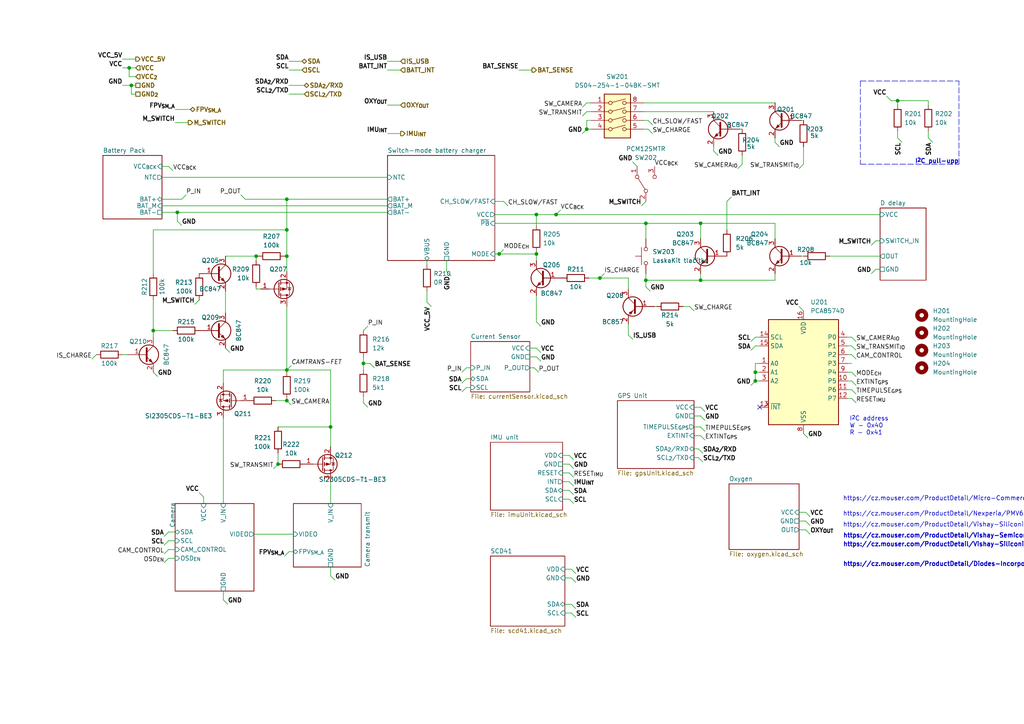
<source format=kicad_sch>
(kicad_sch (version 20211123) (generator eeschema)
  (paper "A4")
  (title_block (title "CanSat 2023") (rev "2022") (company "The Project SkyFall") (comment 1 "David Haisman"))
  (lib_symbols
    (symbol "1Knihovna:SI2305CDS-T1-BE3" (pin_names (offset 0) hide)
      (property "Reference" "Q205" (at 3.175 3.175 0))
      (property "Value" "SI2305CDS-T1-BE3" (at 9.525 1.27 0))
      (symbol "SI2305CDS-T1-BE3_0_1"
        (polyline (pts (xy 0.254 0) (xy -2.54 0)))
        (polyline (pts (xy 0.254 1.905) (xy 0.254 -1.905)) (stroke (width 0.254)))
        (polyline (pts (xy 0.762 -1.27) (xy 0.762 -2.286)) (stroke (width 0.254)))
        (polyline (pts (xy 0.762 0.508) (xy 0.762 -0.508)) (stroke (width 0.254)))
        (polyline (pts (xy 0.762 2.286) (xy 0.762 1.27)) (stroke (width 0.254)))
        (polyline (pts (xy 2.54 2.54) (xy 2.54 1.778)))
        (polyline (pts (xy 2.54 -2.54) (xy 2.54 0) (xy 0.762 0)))
        (polyline (pts (xy 0.762 1.778) (xy 3.302 1.778) (xy 3.302 -1.778) (xy 0.762 -1.778)))
        (polyline (pts (xy 2.286 0) (xy 1.27 0.381) (xy 1.27 -0.381) (xy 2.286 0)) (fill (type outline)))
        (polyline (pts (xy 2.794 -0.508) (xy 2.921 -0.381) (xy 3.683 -0.381) (xy 3.81 -0.254)))
        (polyline (pts (xy 3.302 -0.381) (xy 2.921 0.254) (xy 3.683 0.254) (xy 3.302 -0.381)))
        (circle (center 1.651 0) (radius 2.794) (stroke (width 0.254)))
        (circle (center 2.54 -1.778) (radius 0.254) (fill (type outline)))
        (circle (center 2.54 1.778) (radius 0.254) (fill (type outline)))
      )
      (symbol "SI2305CDS-T1-BE3_1_1"
        (pin input line (at -5.08 0 0) (length 2.54) (name "G") (number "1"))
        (pin passive line (at 2.54 -5.08 90) (length 2.54) (name "S") (number "2"))
        (pin passive line (at 2.54 5.08 270) (length 2.54) (name "D") (number "3"))
      )
    )
    (symbol "Device:R" (pin_numbers hide) (pin_names (offset 0))
      (property "Reference" "R" (at 2.032 0 90))
      (property "Value" "R" (at 0 0 90))
      (symbol "R_0_1"
        (rectangle (start -1.016 -2.54) (end 1.016 2.54) (stroke (width 0.254)))
      )
      (symbol "R_1_1"
        (pin passive line (at 0 3.81 270) (length 1.27) (name "~") (number "1"))
        (pin passive line (at 0 -3.81 90) (length 1.27) (name "~") (number "2"))
      )
    )
    (symbol "Interface_Expansion:PCF8574"
      (property "Reference" "U" (at -8.89 16.51 0))
      (property "Value" "PCF8574" (at 2.54 16.51 0))
      (symbol "PCF8574_0_1"
        (rectangle (start -10.16 15.24) (end 10.16 -15.24) (stroke (width 0.254)) (fill (type background)))
      )
      (symbol "PCF8574_1_1"
        (pin input line (at -12.7 2.54 0) (length 2.54) (name "A0") (number "1"))
        (pin bidirectional line (at 12.7 -2.54 180) (length 2.54) (name "P5") (number "10"))
        (pin bidirectional line (at 12.7 -5.08 180) (length 2.54) (name "P6") (number "11"))
        (pin bidirectional line (at 12.7 -7.62 180) (length 2.54) (name "P7") (number "12"))
        (pin open_collector output_low (at -12.7 -10.16 0) (length 2.54) (name "~{INT}") (number "13"))
        (pin input line (at -12.7 10.16 0) (length 2.54) (name "SCL") (number "14"))
        (pin bidirectional line (at -12.7 7.62 0) (length 2.54) (name "SDA") (number "15"))
        (pin power_in line (at 0 17.78 270) (length 2.54) (name "VDD") (number "16"))
        (pin input line (at -12.7 0 0) (length 2.54) (name "A1") (number "2"))
        (pin input line (at -12.7 -2.54 0) (length 2.54) (name "A2") (number "3"))
        (pin bidirectional line (at 12.7 10.16 180) (length 2.54) (name "P0") (number "4"))
        (pin bidirectional line (at 12.7 7.62 180) (length 2.54) (name "P1") (number "5"))
        (pin bidirectional line (at 12.7 5.08 180) (length 2.54) (name "P2") (number "6"))
        (pin bidirectional line (at 12.7 2.54 180) (length 2.54) (name "P3") (number "7"))
        (pin power_in line (at 0 -17.78 90) (length 2.54) (name "VSS") (number "8"))
        (pin bidirectional line (at 12.7 0 180) (length 2.54) (name "P4") (number "9"))
      )
    )
    (symbol "Mechanical:MountingHole" (pin_names (offset 1.016))
      (property "Reference" "H" (at 0 5.08 0))
      (property "Value" "MountingHole" (at 0 3.175 0))
      (symbol "MountingHole_0_1"
        (circle (center 0 0) (radius 1.27) (stroke (width 1.27)))
      )
    )
    (symbol "Switch:SW_DIP_x04" (pin_names (offset 0) hide)
      (property "Reference" "SW" (at 0 8.89 0))
      (property "Value" "SW_DIP_x04" (at 0 -6.35 0))
      (symbol "SW_DIP_x04_0_0"
        (circle (center -2.032 -2.54) (radius 0.508))
        (circle (center -2.032 0) (radius 0.508))
        (circle (center -2.032 2.54) (radius 0.508))
        (circle (center -2.032 5.08) (radius 0.508))
        (polyline (pts (xy -1.524 -2.3876) (xy 2.3622 -1.3462)))
        (polyline (pts (xy -1.524 0.127) (xy 2.3622 1.1684)))
        (polyline (pts (xy -1.524 2.667) (xy 2.3622 3.7084)))
        (polyline (pts (xy -1.524 5.207) (xy 2.3622 6.2484)))
        (circle (center 2.032 -2.54) (radius 0.508))
        (circle (center 2.032 0) (radius 0.508))
        (circle (center 2.032 2.54) (radius 0.508))
        (circle (center 2.032 5.08) (radius 0.508))
      )
      (symbol "SW_DIP_x04_0_1"
        (rectangle (start -3.81 7.62) (end 3.81 -5.08) (stroke (width 0.254)) (fill (type background)))
      )
      (symbol "SW_DIP_x04_1_1"
        (pin passive line (at -7.62 5.08 0) (length 5.08) (name "~") (number "1"))
        (pin passive line (at -7.62 2.54 0) (length 5.08) (name "~") (number "2"))
        (pin passive line (at -7.62 0 0) (length 5.08) (name "~") (number "3"))
        (pin passive line (at -7.62 -2.54 0) (length 5.08) (name "~") (number "4"))
        (pin passive line (at 7.62 -2.54 180) (length 5.08) (name "~") (number "5"))
        (pin passive line (at 7.62 0 180) (length 5.08) (name "~") (number "6"))
        (pin passive line (at 7.62 2.54 180) (length 5.08) (name "~") (number "7"))
        (pin passive line (at 7.62 5.08 180) (length 5.08) (name "~") (number "8"))
      )
    )
    (symbol "Switch:SW_Push" (pin_numbers hide) (pin_names (offset 1.016) hide)
      (property "Reference" "SW" (at 1.27 2.54 0))
      (property "Value" "SW_Push" (at 0 -1.524 0))
      (symbol "SW_Push_0_1"
        (circle (center -2.032 0) (radius 0.508))
        (polyline (pts (xy 0 1.27) (xy 0 3.048)))
        (polyline (pts (xy 2.54 1.27) (xy -2.54 1.27)))
        (circle (center 2.032 0) (radius 0.508))
        (pin passive line (at -5.08 0 0) (length 2.54) (name "1") (number "1"))
        (pin passive line (at 5.08 0 180) (length 2.54) (name "2") (number "2"))
      )
    )
    (symbol "Switch:SW_SPDT" (pin_names (offset 0) hide)
      (property "Reference" "SW" (at 0 4.318 0))
      (property "Value" "SW_SPDT" (at 0 -5.08 0))
      (symbol "SW_SPDT_0_0"
        (circle (center -2.032 0) (radius 0.508))
        (circle (center 2.032 -2.54) (radius 0.508))
      )
      (symbol "SW_SPDT_0_1"
        (polyline (pts (xy -1.524 0.254) (xy 1.651 2.286)))
        (circle (center 2.032 2.54) (radius 0.508))
      )
      (symbol "SW_SPDT_1_1"
        (pin passive line (at 5.08 2.54 180) (length 2.54) (name "A") (number "1"))
        (pin passive line (at -5.08 0 0) (length 2.54) (name "B") (number "2"))
        (pin passive line (at 5.08 -2.54 180) (length 2.54) (name "C") (number "3"))
      )
    )
    (symbol "Transistor_BJT:BC847" (pin_names (offset 0) hide)
      (property "Reference" "Q" (at 5.08 1.905 0))
      (property "Value" "BC847" (at 5.08 0 0))
      (symbol "BC847_0_1"
        (polyline (pts (xy 0.635 0.635) (xy 2.54 2.54)))
        (polyline (pts (xy 0.635 -0.635) (xy 2.54 -2.54) (xy 2.54 -2.54)))
        (polyline (pts (xy 0.635 1.905) (xy 0.635 -1.905) (xy 0.635 -1.905)) (stroke (width 0.508)))
        (polyline (pts (xy 1.27 -1.778) (xy 1.778 -1.27) (xy 2.286 -2.286) (xy 1.27 -1.778) (xy 1.27 -1.778)) (fill (type outline)))
        (circle (center 1.27 0) (radius 2.8194) (stroke (width 0.254)))
      )
      (symbol "BC847_1_1"
        (pin input line (at -5.08 0 0) (length 5.715) (name "B") (number "1"))
        (pin passive line (at 2.54 -5.08 90) (length 2.54) (name "E") (number "2"))
        (pin passive line (at 2.54 5.08 270) (length 2.54) (name "C") (number "3"))
      )
    )
    (symbol "Transistor_BJT:BC857" (pin_names (offset 0) hide)
      (property "Reference" "Q" (at 5.08 1.905 0))
      (property "Value" "BC857" (at 5.08 0 0))
      (symbol "BC857_0_1"
        (polyline (pts (xy 0.635 0.635) (xy 2.54 2.54)))
        (polyline (pts (xy 0.635 -0.635) (xy 2.54 -2.54) (xy 2.54 -2.54)))
        (polyline (pts (xy 0.635 1.905) (xy 0.635 -1.905) (xy 0.635 -1.905)) (stroke (width 0.508)))
        (polyline (pts (xy 2.286 -1.778) (xy 1.778 -2.286) (xy 1.27 -1.27) (xy 2.286 -1.778) (xy 2.286 -1.778)) (fill (type outline)))
        (circle (center 1.27 0) (radius 2.8194) (stroke (width 0.254)))
      )
      (symbol "BC857_1_1"
        (pin input line (at -5.08 0 0) (length 5.715) (name "B") (number "1"))
        (pin passive line (at 2.54 -5.08 90) (length 2.54) (name "E") (number "2"))
        (pin passive line (at 2.54 5.08 270) (length 2.54) (name "C") (number "3"))
      )
    )
  )
  (junction (at 83.185 66.675))
  (junction (at 95.885 123.825))
  (junction (at 203.2 81.28))
  (junction (at 144.78 73.66))
  (junction (at 260.35 29.21))
  (junction (at 83.185 116.205))
  (junction (at 83.185 107.315))
  (junction (at 155.575 62.23))
  (junction (at 83.185 74.295))
  (junction (at 187.325 81.28))
  (junction (at 105.41 105.41))
  (junction (at 80.645 134.62))
  (junction (at 161.29 62.23))
  (junction (at 44.45 95.885))
  (junction (at 37.465 19.685))
  (junction (at 51.435 61.595))
  (junction (at 219.075 110.49))
  (junction (at 170.18 37.465))
  (junction (at 38.1 24.765))
  (junction (at 83.185 57.785))
  (junction (at 187.325 64.77))
  (junction (at 219.075 107.95))
  (junction (at 74.295 74.295))
  (junction (at 203.2 64.77))
  (junction (at 173.99 80.645))
  (junction (at 155.575 73.66))
  (no_connect (at 220.345 118.11))
  (wire (pts (xy 187.325 64.77) (xy 203.2 64.77)))
  (wire (pts (xy 80.645 131.445) (xy 80.645 134.62)))
  (wire (pts (xy 83.82 24.765) (xy 88.265 24.765)))
  (wire (pts (xy 234.95 154.94) (xy 233.68 153.67)))
  (wire (pts (xy 252.73 71.12) (xy 254 69.85)))
  (wire (pts (xy 46.99 57.785) (xy 52.705 57.785)))
  (wire (pts (xy 57.785 86.995) (xy 56.515 88.265)))
  (wire (pts (xy 203.2 79.375) (xy 203.2 81.28)))
  (wire (pts (xy 234.95 149.86) (xy 233.68 148.59)))
  (wire (pts (xy 260.35 29.21) (xy 258.445 29.21)))
  (wire (pts (xy 146.05 58.42) (xy 147.32 59.69)))
  (wire (pts (xy 224.79 69.215) (xy 224.79 64.77)))
  (wire (pts (xy 51.435 64.135) (xy 52.705 65.405)))
  (wire (pts (xy 74.295 74.295) (xy 65.405 74.295)))
  (wire (pts (xy 166.37 140.97) (xy 165.1 139.7)))
  (wire (pts (xy 171.45 29.845) (xy 170.18 29.845)))
  (wire (pts (xy 83.82 27.305) (xy 88.265 27.305)))
  (wire (pts (xy 247.015 107.95) (xy 245.745 107.95)))
  (wire (pts (xy 64.77 171.45) (xy 64.77 173.99)))
  (wire (pts (xy 44.45 86.995) (xy 44.45 95.885)))
  (wire (pts (xy 203.2 123.825) (xy 201.295 123.825)))
  (wire (pts (xy 38.1 24.765) (xy 39.37 24.765)))
  (wire (pts (xy 166.37 133.35) (xy 165.1 132.08)))
  (wire (pts (xy 35.56 24.765) (xy 38.1 24.765)))
  (wire (pts (xy 163.195 144.78) (xy 165.1 144.78)))
  (wire (pts (xy 44.45 97.79) (xy 44.45 95.885)))
  (wire (pts (xy 203.2 81.28) (xy 224.79 81.28)))
  (wire (pts (xy 202.565 132.715) (xy 203.835 133.985)))
  (wire (pts (xy 171.45 37.465) (xy 170.18 37.465)))
  (wire (pts (xy 129.54 78.74) (xy 130.81 80.01)))
  (wire (pts (xy 154.94 106.68) (xy 153.67 106.68)))
  (wire (pts (xy 83.185 88.9) (xy 83.185 107.315)))
  (wire (pts (xy 39.37 22.225) (xy 37.465 22.225)))
  (wire (pts (xy 231.775 88.9) (xy 233.045 90.17)))
  (wire (pts (xy 202.565 130.175) (xy 201.295 130.175)))
  (wire (pts (xy 224.79 41.275) (xy 224.79 40.005)))
  (wire (pts (xy 214.63 37.465) (xy 215.265 37.465)))
  (wire (pts (xy 215.265 47.625) (xy 213.995 48.895)))
  (wire (pts (xy 248.285 109.22) (xy 247.015 107.95)))
  (wire (pts (xy 46.99 59.69) (xy 112.395 59.69)))
  (wire (pts (xy 260.35 38.1) (xy 260.35 40.005)))
  (wire (pts (xy 105.41 116.84) (xy 106.68 118.11)))
  (wire (pts (xy 65.405 100.965) (xy 66.675 102.235)))
  (polyline (pts (xy 249.555 47.625) (xy 278.13 47.625)))
  (wire (pts (xy 95.885 167.005) (xy 97.155 168.275)))
  (wire (pts (xy 155.575 100.965) (xy 153.67 100.965)))
  (wire (pts (xy 233.68 151.13) (xy 234.95 152.4)))
  (wire (pts (xy 255.27 78.105) (xy 254 78.105)))
  (wire (pts (xy 146.05 72.39) (xy 144.78 73.66)))
  (wire (pts (xy 74.295 74.295) (xy 74.295 75.565)))
  (wire (pts (xy 80.645 123.825) (xy 95.885 123.825)))
  (wire (pts (xy 37.465 19.685) (xy 39.37 19.685)))
  (wire (pts (xy 163.195 142.24) (xy 165.1 142.24)))
  (wire (pts (xy 233.68 153.67) (xy 231.775 153.67)))
  (wire (pts (xy 83.82 160.02) (xy 85.09 160.02)))
  (wire (pts (xy 48.895 159.385) (xy 47.625 160.655)))
  (wire (pts (xy 50.8 35.56) (xy 54.61 35.56)))
  (wire (pts (xy 64.77 173.99) (xy 66.04 175.26)))
  (wire (pts (xy 165.735 167.64) (xy 167.005 168.91)))
  (wire (pts (xy 82.55 74.295) (xy 83.185 74.295)))
  (wire (pts (xy 133.985 107.95) (xy 135.255 106.68)))
  (wire (pts (xy 155.575 103.505) (xy 153.67 103.505)))
  (wire (pts (xy 204.47 125.095) (xy 203.2 123.825)))
  (wire (pts (xy 219.075 100.33) (xy 220.345 100.33)))
  (wire (pts (xy 80.645 134.62) (xy 79.375 135.89)))
  (wire (pts (xy 247.015 105.41) (xy 245.745 105.41)))
  (wire (pts (xy 247.015 102.87) (xy 245.745 102.87)))
  (wire (pts (xy 83.185 115.57) (xy 83.185 116.205)))
  (wire (pts (xy 105.41 105.41) (xy 105.41 107.315)))
  (wire (pts (xy 46.99 51.435) (xy 112.395 51.435)))
  (wire (pts (xy 83.185 116.205) (xy 84.455 117.475)))
  (wire (pts (xy 155.575 73.66) (xy 155.575 75.565)))
  (wire (pts (xy 48.895 48.26) (xy 46.99 48.26)))
  (wire (pts (xy 254 78.105) (xy 252.73 79.375)))
  (wire (pts (xy 71.12 57.785) (xy 69.85 56.515)))
  (wire (pts (xy 219.075 110.49) (xy 217.805 111.76)))
  (wire (pts (xy 200.025 88.9) (xy 198.12 88.9)))
  (wire (pts (xy 219.075 107.95) (xy 219.075 110.49)))
  (wire (pts (xy 219.075 97.79) (xy 220.345 97.79)))
  (wire (pts (xy 143.51 64.77) (xy 187.325 64.77)))
  (wire (pts (xy 173.99 80.645) (xy 182.245 80.645)))
  (wire (pts (xy 233.68 148.59) (xy 231.775 148.59)))
  (wire (pts (xy 215.265 45.085) (xy 215.265 47.625)))
  (wire (pts (xy 170.18 37.465) (xy 168.91 38.735)))
  (wire (pts (xy 201.295 126.365) (xy 203.2 126.365)))
  (wire (pts (xy 165.735 177.8) (xy 167.005 179.07)))
  (wire (pts (xy 59.055 144.145) (xy 59.055 146.05)))
  (wire (pts (xy 165.735 165.1) (xy 163.83 165.1)))
  (wire (pts (xy 44.45 66.675) (xy 44.45 79.375)))
  (wire (pts (xy 254 69.85) (xy 255.27 69.85)))
  (wire (pts (xy 210.82 66.675) (xy 210.82 58.42)))
  (wire (pts (xy 186.69 32.385) (xy 207.01 32.385)))
  (wire (pts (xy 65.405 90.805) (xy 65.405 84.455)))
  (wire (pts (xy 269.24 38.1) (xy 269.24 40.005)))
  (wire (pts (xy 48.895 156.845) (xy 47.625 158.115)))
  (wire (pts (xy 175.26 79.375) (xy 173.99 80.645)))
  (wire (pts (xy 50.8 154.305) (xy 48.895 154.305)))
  (wire (pts (xy 50.8 161.925) (xy 48.895 161.925)))
  (wire (pts (xy 202.565 132.715) (xy 201.295 132.715)))
  (wire (pts (xy 83.185 74.295) (xy 83.185 78.74)))
  (wire (pts (xy 163.195 137.16) (xy 165.1 137.16)))
  (wire (pts (xy 74.295 83.82) (xy 74.295 83.185)))
  (wire (pts (xy 83.185 66.675) (xy 83.185 57.785)))
  (wire (pts (xy 203.2 69.215) (xy 203.2 64.77)))
  (wire (pts (xy 186.69 37.465) (xy 187.96 37.465)))
  (wire (pts (xy 80.01 116.205) (xy 83.185 116.205)))
  (wire (pts (xy 83.185 66.675) (xy 83.185 74.295)))
  (wire (pts (xy 116.205 38.735) (xy 112.395 38.735)))
  (wire (pts (xy 186.055 59.69) (xy 187.325 58.42)))
  (wire (pts (xy 35.56 102.87) (xy 36.83 102.87)))
  (wire (pts (xy 155.575 103.505) (xy 156.845 104.775)))
  (wire (pts (xy 170.815 80.645) (xy 173.99 80.645)))
  (wire (pts (xy 260.35 40.005) (xy 261.62 41.275)))
  (wire (pts (xy 95.885 167.005) (xy 95.885 164.465)))
  (wire (pts (xy 165.735 167.64) (xy 163.83 167.64)))
  (wire (pts (xy 46.99 61.595) (xy 51.435 61.595)))
  (wire (pts (xy 187.325 64.77) (xy 187.325 69.215)))
  (wire (pts (xy 165.1 144.78) (xy 166.37 146.05)))
  (wire (pts (xy 171.45 34.925) (xy 170.18 34.925)))
  (wire (pts (xy 220.345 107.95) (xy 219.075 107.95)))
  (wire (pts (xy 39.37 27.305) (xy 38.1 27.305)))
  (wire (pts (xy 233.045 125.73) (xy 234.315 127)))
  (wire (pts (xy 245.745 97.79) (xy 247.015 97.79)))
  (wire (pts (xy 135.255 109.855) (xy 133.985 111.125)))
  (wire (pts (xy 203.835 131.445) (xy 202.565 130.175)))
  (wire (pts (xy 35.56 19.685) (xy 37.465 19.685)))
  (wire (pts (xy 187.96 37.465) (xy 189.23 38.735)))
  (wire (pts (xy 187.325 79.375) (xy 187.325 81.28)))
  (wire (pts (xy 112.395 17.78) (xy 116.205 17.78)))
  (wire (pts (xy 182.245 83.82) (xy 182.245 80.645)))
  (wire (pts (xy 123.825 84.455) (xy 123.825 87.63)))
  (polyline (pts (xy 249.555 23.495) (xy 249.555 47.625)))
  (wire (pts (xy 204.47 119.38) (xy 203.2 118.11)))
  (wire (pts (xy 83.82 20.32) (xy 87.63 20.32)))
  (wire (pts (xy 44.45 107.95) (xy 45.72 109.22)))
  (wire (pts (xy 168.91 33.655) (xy 170.18 32.385)))
  (wire (pts (xy 95.885 107.315) (xy 83.185 107.315)))
  (wire (pts (xy 245.745 100.33) (xy 247.015 100.33)))
  (wire (pts (xy 233.045 47.625) (xy 231.775 48.895)))
  (wire (pts (xy 105.41 105.41) (xy 107.315 105.41)))
  (wire (pts (xy 217.805 101.6) (xy 219.075 100.33)))
  (wire (pts (xy 51.435 61.595) (xy 112.395 61.595)))
  (wire (pts (xy 182.245 97.155) (xy 183.515 98.425)))
  (wire (pts (xy 48.895 161.925) (xy 47.625 163.195)))
  (wire (pts (xy 155.575 93.345) (xy 156.845 94.615)))
  (wire (pts (xy 182.245 97.155) (xy 182.245 93.98)))
  (wire (pts (xy 116.205 30.48) (xy 112.395 30.48)))
  (wire (pts (xy 165.735 175.26) (xy 167.005 176.53)))
  (wire (pts (xy 203.2 126.365) (xy 204.47 127.635)))
  (wire (pts (xy 156.845 102.235) (xy 155.575 100.965)))
  (wire (pts (xy 224.79 79.375) (xy 224.79 81.28)))
  (wire (pts (xy 224.79 41.275) (xy 226.06 42.545)))
  (wire (pts (xy 165.1 142.24) (xy 166.37 143.51)))
  (wire (pts (xy 165.1 137.16) (xy 166.37 138.43)))
  (wire (pts (xy 143.51 73.66) (xy 144.78 73.66)))
  (wire (pts (xy 50.165 49.53) (xy 48.895 48.26)))
  (wire (pts (xy 247.015 113.03) (xy 248.285 114.3)))
  (wire (pts (xy 247.015 113.03) (xy 245.745 113.03)))
  (wire (pts (xy 248.285 116.84) (xy 247.015 115.57)))
  (wire (pts (xy 190.5 88.9) (xy 189.865 88.9)))
  (wire (pts (xy 27.94 102.87) (xy 26.67 104.14)))
  (wire (pts (xy 150.495 20.32) (xy 154.305 20.32)))
  (wire (pts (xy 260.35 30.48) (xy 260.35 29.21)))
  (wire (pts (xy 165.1 134.62) (xy 166.37 135.89)))
  (polyline (pts (xy 278.13 47.625) (xy 278.13 23.495)))
  (wire (pts (xy 82.55 161.29) (xy 83.82 160.02)))
  (wire (pts (xy 247.015 115.57) (xy 245.745 115.57)))
  (wire (pts (xy 269.24 40.005) (xy 270.51 41.275)))
  (wire (pts (xy 186.69 29.845) (xy 224.79 29.845)))
  (wire (pts (xy 219.075 105.41) (xy 219.075 107.95)))
  (wire (pts (xy 170.18 29.845) (xy 168.91 31.115)))
  (wire (pts (xy 162.56 60.96) (xy 161.29 62.23)))
  (wire (pts (xy 248.285 104.14) (xy 247.015 102.87)))
  (wire (pts (xy 232.41 34.925) (xy 233.045 34.925)))
  (wire (pts (xy 57.785 142.875) (xy 59.055 144.145)))
  (wire (pts (xy 207.01 43.815) (xy 207.01 42.545)))
  (wire (pts (xy 123.825 87.63) (xy 125.095 88.9)))
  (wire (pts (xy 165.1 132.08) (xy 163.195 132.08)))
  (wire (pts (xy 163.83 177.8) (xy 165.735 177.8)))
  (wire (pts (xy 136.525 112.395) (xy 135.255 112.395)))
  (wire (pts (xy 143.51 62.23) (xy 155.575 62.23)))
  (wire (pts (xy 52.705 57.785) (xy 53.975 56.515)))
  (wire (pts (xy 75.565 83.82) (xy 74.295 83.82)))
  (wire (pts (xy 143.51 58.42) (xy 146.05 58.42)))
  (wire (pts (xy 64.77 107.315) (xy 64.77 111.125)))
  (polyline (pts (xy 249.555 23.495) (xy 278.13 23.495)))
  (wire (pts (xy 161.29 62.23) (xy 255.27 62.23)))
  (wire (pts (xy 220.345 105.41) (xy 219.075 105.41)))
  (wire (pts (xy 155.575 62.23) (xy 155.575 65.405)))
  (wire (pts (xy 112.395 20.32) (xy 116.205 20.32)))
  (wire (pts (xy 123.825 76.835) (xy 123.825 75.565)))
  (wire (pts (xy 38.1 27.305) (xy 38.1 24.765)))
  (wire (pts (xy 155.575 62.23) (xy 161.29 62.23)))
  (wire (pts (xy 247.015 97.79) (xy 248.285 99.06)))
  (wire (pts (xy 135.255 112.395) (xy 133.985 113.665)))
  (wire (pts (xy 44.45 95.885) (xy 50.165 95.885)))
  (wire (pts (xy 170.18 37.465) (xy 170.18 34.925)))
  (wire (pts (xy 233.045 42.545) (xy 233.045 47.625)))
  (wire (pts (xy 232.41 74.295) (xy 233.045 74.295)))
  (wire (pts (xy 105.41 103.505) (xy 105.41 105.41)))
  (wire (pts (xy 37.465 22.225) (xy 37.465 19.685)))
  (wire (pts (xy 187.325 83.185) (xy 188.595 84.455)))
  (wire (pts (xy 136.525 109.855) (xy 135.255 109.855)))
  (wire (pts (xy 71.12 57.785) (xy 83.185 57.785)))
  (wire (pts (xy 74.93 74.295) (xy 74.295 74.295)))
  (wire (pts (xy 106.68 94.615) (xy 105.41 95.885)))
  (wire (pts (xy 87.63 17.78) (xy 83.82 17.78)))
  (wire (pts (xy 144.78 73.66) (xy 155.575 73.66)))
  (wire (pts (xy 50.8 31.75) (xy 55.245 31.75)))
  (wire (pts (xy 203.2 64.77) (xy 224.79 64.77)))
  (wire (pts (xy 165.1 134.62) (xy 163.195 134.62)))
  (wire (pts (xy 50.8 156.845) (xy 48.895 156.845)))
  (wire (pts (xy 203.2 118.11) (xy 201.295 118.11)))
  (wire (pts (xy 155.575 85.725) (xy 155.575 93.345)))
  (wire (pts (xy 207.01 43.815) (xy 208.28 45.085)))
  (wire (pts (xy 167.005 166.37) (xy 165.735 165.1)))
  (wire (pts (xy 257.175 27.94) (xy 258.445 29.21)))
  (wire (pts (xy 107.315 105.41) (xy 108.585 106.68)))
  (wire (pts (xy 95.885 139.7) (xy 95.885 146.05)))
  (wire (pts (xy 217.805 99.06) (xy 219.075 97.79)))
  (wire (pts (xy 203.2 120.65) (xy 204.47 121.92)))
  (wire (pts (xy 35.56 17.145) (xy 39.37 17.145)))
  (wire (pts (xy 187.96 34.925) (xy 186.69 34.925)))
  (wire (pts (xy 50.8 159.385) (xy 48.895 159.385)))
  (wire (pts (xy 248.285 101.6) (xy 247.015 100.33)))
  (wire (pts (xy 155.575 73.025) (xy 155.575 73.66)))
  (wire (pts (xy 64.77 107.315) (xy 83.185 107.315)))
  (wire (pts (xy 187.325 81.28) (xy 187.325 83.185)))
  (wire (pts (xy 135.255 106.68) (xy 136.525 106.68)))
  (wire (pts (xy 129.54 75.565) (xy 129.54 78.74)))
  (wire (pts (xy 171.45 32.385) (xy 170.18 32.385)))
  (wire (pts (xy 189.23 36.195) (xy 187.96 34.925)))
  (wire (pts (xy 64.77 121.285) (xy 64.77 146.05)))
  (wire (pts (xy 247.015 110.49) (xy 245.745 110.49)))
  (wire (pts (xy 44.45 66.675) (xy 83.185 66.675)))
  (wire (pts (xy 95.885 107.315) (xy 95.885 123.825)))
  (wire (pts (xy 51.435 64.135) (xy 51.435 61.595)))
  (wire (pts (xy 210.82 58.42) (xy 212.09 57.15)))
  (wire (pts (xy 233.68 151.13) (xy 231.775 151.13)))
  (wire (pts (xy 83.185 107.95) (xy 83.185 107.315)))
  (wire (pts (xy 247.015 110.49) (xy 248.285 111.76)))
  (wire (pts (xy 203.2 120.65) (xy 201.295 120.65)))
  (wire (pts (xy 95.885 123.825) (xy 95.885 129.54)))
  (wire (pts (xy 163.83 175.26) (xy 165.735 175.26)))
  (wire (pts (xy 156.21 107.95) (xy 154.94 106.68)))
  (wire (pts (xy 201.295 90.17) (xy 200.025 88.9)))
  (wire (pts (xy 105.41 114.935) (xy 105.41 116.84)))
  (wire (pts (xy 83.185 57.785) (xy 112.395 57.785)))
  (wire (pts (xy 165.1 139.7) (xy 163.195 139.7)))
  (wire (pts (xy 184.785 48.26) (xy 183.515 46.99)))
  (wire (pts (xy 187.325 81.28) (xy 203.2 81.28)))
  (wire (pts (xy 48.895 154.305) (xy 47.625 155.575)))
  (wire (pts (xy 83.185 107.315) (xy 84.455 106.045)))
  (wire (pts (xy 240.665 74.295) (xy 255.27 74.295)))
  (wire (pts (xy 269.24 30.48) (xy 269.24 29.21)))
  (wire (pts (xy 73.66 154.94) (xy 85.09 154.94)))
  (wire (pts (xy 269.24 29.21) (xy 260.35 29.21)))
  (wire (pts (xy 219.075 110.49) (xy 220.345 110.49)))
  (text "I^{2}C address\nW - 0x40\nR - 0x41" (at 246.38 126.365 0) (effects (font (size 1.27 1.27)) (justify left bottom)))
  (text "https://cz.mouser.com/ProductDetail/Nexperia/PMV65XPEAR?qs=K2OaAKmNuLjShTqlCZLbmw%3D%3D" (at 244.475 149.86 0) (effects (font (size 1.27 1.27)) (justify left bottom)))
  (text "https://cz.mouser.com/ProductDetail/Vishay-Siliconix/SI2305CDS-T1-BE3?qs=CiayqK2gdcLpo2nfxnb4%252BQ%3D%3D" (at 244.475 158.75 0) (effects (font (size 1.27 1.27) (thickness 0.254) bold) (justify left bottom)))
  (text "https://cz.mouser.com/ProductDetail/Diodes-Incorporated/DMP1046UFDB-7?qs=BvpHGKeVh3ojFifJartrZQ%3D%3D" (at 244.475 164.465 0) (effects (font (size 1.27 1.27) (thickness 0.254) bold) (justify left bottom)))
  (text "I^{2}C pull-upp" (at 278.13 47.625 180) (effects (font (size 1.27 1.27) (thickness 0.254) bold) (justify right bottom)))
  (text "https://cz.mouser.com/ProductDetail/Micro-Commercial-Components-MCC/SK53AFL-TP?qs=T3oQrply3y%2F%2FTb8lb%252B6EMA%3D%3D" (at 244.475 145.415 0) (effects (font (size 1.27 1.27)) (justify left bottom)))
  (text "https://cz.mouser.com/ProductDetail/Vishay-Semiconductors/SI2333DDS-T1-GE3?qs=FTQF2dEqrCAWhxgxL6WktQ%3D%3D" (at 244.475 156.21 0) (effects (font (size 1.27 1.27) (thickness 0.254) bold) (justify left bottom)))
  (text "https://cz.mouser.com/ProductDetail/Vishay-Siliconix/SI2315BDS-T1-GE3?qs=tWM4QuTcS4UTZMgXx%2FvfDA%3D%3D" (at 244.475 153.035 0) (effects (font (size 1.27 1.27)) (justify left bottom)))
  (label "TIMEPULSE_{GPS}" (at 204.47 125.095 0))
  (label "OXY_{OUT}" (at 234.95 154.94 0) (effects (font bold)))
  (label "SCL" (at 47.625 158.115 180) (effects (font bold)))
  (label "GND" (at 66.04 175.26 0) (effects (font bold)))
  (label "M_SWITCH" (at 50.8 35.56 180) (effects (font (thickness 0.254) bold)))
  (label "P_OUT" (at 69.85 56.515 180))
  (label "GND" (at 226.06 42.545 0) (effects (font bold)))
  (label "SW_CAMERA" (at 84.455 117.475 0))
  (label "FPV_{SM_A}" (at 82.55 161.29 180) (effects (font (thickness 0.254) bold)))
  (label "IMU_{INT}" (at 112.395 38.735 180) (effects (font bold)))
  (label "SW_TRANSMIT" (at 79.375 135.89 180))
  (label "SCL" (at 166.37 146.05 0) (effects (font bold)))
  (label "SDA" (at 166.37 143.51 0) (effects (font bold)))
  (label "SCL" (at 167.005 179.07 0) (effects (font bold)))
  (label "CH_SLOW{slash}FAST" (at 189.23 36.195 0))
  (label "VCC" (at 234.95 149.86 0) (effects (font (thickness 0.254) bold)))
  (label "SCL_{2}{slash}TXD" (at 83.82 27.305 180) (effects (font bold)))
  (label "MODE_{CH}" (at 248.285 109.22 0))
  (label "GND" (at 234.315 127 0) (effects (font bold)))
  (label "P_OUT" (at 156.21 107.95 0))
  (label "VCC_5V" (at 125.095 88.9 270) (effects (font bold)))
  (label "SCL" (at 261.62 41.275 270) (effects (font bold)))
  (label "CAM_CONTROL" (at 248.285 104.14 0))
  (label "EXTINT_{GPS}" (at 248.285 111.76 0))
  (label "VCC" (at 57.785 142.875 180) (effects (font (thickness 0.254) bold)))
  (label "GND" (at 45.72 109.22 0) (effects (font bold)))
  (label "P_IN" (at 53.975 56.515 0))
  (label "GND" (at 52.705 65.405 0) (effects (font bold)))
  (label "GND" (at 130.81 80.01 270) (effects (font bold)))
  (label "GND" (at 106.68 118.11 0) (effects (font bold)))
  (label "CAMTRANS-FET" (at 84.455 106.045 0) (effects (font italic)))
  (label "SDA" (at 133.985 111.125 180) (effects (font bold)))
  (label "OXY_{OUT}" (at 112.395 30.48 180) (effects (font bold)))
  (label "GND" (at 183.515 46.99 180) (effects (font bold)))
  (label "SDA" (at 47.625 155.575 180) (effects (font bold)))
  (label "SW_CHARGE" (at 189.23 38.735 0))
  (label "GND" (at 167.005 168.91 0) (effects (font bold)))
  (label "VCC_{BCK}" (at 189.865 48.26 0))
  (label "VCC" (at 231.775 88.9 180) (effects (font (thickness 0.254) bold)))
  (label "VCC_{BCK}" (at 162.56 60.96 0))
  (label "BATT_INT" (at 112.395 20.32 180) (effects (font (thickness 0.254) bold)))
  (label "RESET_{IMU}" (at 166.37 138.43 0))
  (label "P_IN" (at 133.985 107.95 180))
  (label "BATT_INT" (at 212.09 57.15 0) (effects (font (thickness 0.254) bold)))
  (label "VCC" (at 166.37 133.35 0) (effects (font (thickness 0.254) bold)))
  (label "SCL" (at 133.985 113.665 180) (effects (font bold)))
  (label "IMU_{INT}" (at 166.37 140.97 0) (effects (font bold)))
  (label "GND" (at 188.595 84.455 0) (effects (font bold)))
  (label "GND" (at 35.56 24.765 180) (effects (font (thickness 0.254) bold)))
  (label "SW_CAMERA_{IO}" (at 213.995 48.895 180))
  (label "VCC" (at 35.56 19.685 180) (effects (font (thickness 0.254) bold)))
  (label "GND" (at 234.95 152.4 0) (effects (font bold)))
  (label "GND" (at 97.155 168.275 0) (effects (font bold)))
  (label "VCC_{BCK}" (at 50.165 49.53 0))
  (label "SW_TRANSMIT" (at 168.91 33.655 180))
  (label "SDA" (at 270.51 41.275 270) (effects (font bold)))
  (label "SDA" (at 83.82 17.78 180) (effects (font bold)))
  (label "BAT_SENSE" (at 150.495 20.32 180) (effects (font bold)))
  (label "VCC" (at 167.005 166.37 0) (effects (font (thickness 0.254) bold)))
  (label "GND" (at 208.28 45.085 0) (effects (font bold)))
  (label "MODE_{CH}" (at 146.05 72.39 0))
  (label "SW_TRANSMIT_{IO}" (at 248.285 101.6 0))
  (label "BAT_SENSE" (at 108.585 106.68 0) (effects (font bold)))
  (label "SW_TRANSMIT_{IO}" (at 231.775 48.895 180))
  (label "GND" (at 217.805 111.76 180) (effects (font bold)))
  (label "SDA_{2}{slash}RXD" (at 83.82 24.765 180) (effects (font bold)))
  (label "GND" (at 168.91 38.735 180) (effects (font bold)))
  (label "SW_CAMERA_{IO}" (at 248.285 99.06 0))
  (label "SW_CAMERA" (at 168.91 31.115 180))
  (label "CAM_CONTROL" (at 47.625 160.655 180))
  (label "FPV_{SM_A}" (at 50.8 31.75 180) (effects (font (thickness 0.254) bold)))
  (label "VCC" (at 156.845 102.235 0) (effects (font (thickness 0.254) bold)))
  (label "RESET_{IMU}" (at 248.285 116.84 0))
  (label "SCL" (at 217.805 99.06 180) (effects (font bold)))
  (label "SDA_{2}{slash}RXD" (at 203.835 131.445 0) (effects (font bold)))
  (label "IS_CHARGE" (at 26.67 104.14 180))
  (label "GND" (at 252.73 79.375 180) (effects (font bold)))
  (label "GND" (at 66.675 102.235 0) (effects (font bold)))
  (label "GND" (at 166.37 135.89 0) (effects (font bold)))
  (label "GND" (at 156.845 94.615 0) (effects (font bold)))
  (label "M_SWITCH" (at 252.73 71.12 180) (effects (font (thickness 0.254) bold)))
  (label "EXTINT_{GPS}" (at 204.47 127.635 0))
  (label "CH_SLOW{slash}FAST" (at 147.32 59.69 0))
  (label "SCL_{2}{slash}TXD" (at 203.835 133.985 0) (effects (font bold)))
  (label "IS_USB" (at 112.395 17.78 180) (effects (font bold)))
  (label "GND" (at 156.845 104.775 0) (effects (font bold)))
  (label "VCC" (at 204.47 119.38 0) (effects (font (thickness 0.254) bold)))
  (label "OSD_{EN}" (at 47.625 163.195 180))
  (label "SDA" (at 167.005 176.53 0) (effects (font bold)))
  (label "IS_USB" (at 183.515 98.425 0) (effects (font bold)))
  (label "VCC" (at 257.175 27.94 180) (effects (font (thickness 0.254) bold)))
  (label "M_SWITCH" (at 56.515 88.265 180) (effects (font (thickness 0.254) bold)))
  (label "TIMEPULSE_{GPS}" (at 248.285 114.3 0))
  (label "SDA" (at 217.805 101.6 180) (effects (font bold)))
  (label "SCL" (at 83.82 20.32 180) (effects (font bold)))
  (label "GND" (at 204.47 121.92 0) (effects (font bold)))
  (label "P_IN" (at 106.68 94.615 0))
  (label "IS_CHARGE" (at 175.26 79.375 0))
  (label "VCC_5V" (at 35.56 17.145 180) (effects (font bold)))
  (label "M_SWITCH" (at 186.055 59.69 180) (effects (font (thickness 0.254) bold)))
  (label "SW_CHARGE" (at 201.295 90.17 0))
  (hierarchical_label "M_SWITCH" (shape output) (at 54.61 35.56 0) (effects (font bold)))
  (hierarchical_label "SCL" (shape input) (at 87.63 20.32 0) (effects (font bold)))
  (hierarchical_label "GND" (shape passive) (at 39.37 24.765 0) (effects (font bold)))
  (hierarchical_label "SCL_{2}{slash}TXD" (shape input) (at 88.265 27.305 0) (effects (font bold)))
  (hierarchical_label "FPV_{SM_A}" (shape bidirectional) (at 55.245 31.75 0) (effects (font (thickness 0.254) bold)))
  (hierarchical_label "VCC_5V" (shape output) (at 39.37 17.145 0) (effects (font bold)))
  (hierarchical_label "VCC" (shape input) (at 39.37 19.685 0) (effects (font bold)))
  (hierarchical_label "IS_USB" (shape input) (at 116.205 17.78 0) (effects (font bold)))
  (hierarchical_label "VCC_{2}" (shape input) (at 39.37 22.225 0) (effects (font bold)))
  (hierarchical_label "GND_{2}" (shape passive) (at 39.37 27.305 0) (effects (font bold)))
  (hierarchical_label "BAT_SENSE" (shape output) (at 154.305 20.32 0) (effects (font bold)))
  (hierarchical_label "SDA_{2}{slash}RXD" (shape bidirectional) (at 88.265 24.765 0) (effects (font bold)))
  (hierarchical_label "IMU_{INT}" (shape output) (at 116.205 38.735 0) (effects (font bold)))
  (hierarchical_label "SDA" (shape bidirectional) (at 87.63 17.78 0) (effects (font bold)))
  (hierarchical_label "BATT_INT" (shape input) (at 116.205 20.32 0) (effects (font bold)))
  (hierarchical_label "OXY_{OUT}" (shape input) (at 116.205 30.48 0) (effects (font bold)))
  (symbol (lib_id "Device:R") (at 84.455 134.62 90) (unit 1)
    (property "Reference" "R222" (at 84.455 128.905 90))
    (property "Value" "10k" (at 84.455 131.445 90))
    (property "Footprint" "Resistor_SMD:R_0805_2012Metric" (effects hide))
  )
  (symbol (lib_id "Device:R") (at 260.35 34.29 0) (unit 1)
    (property "Reference" "R201" (at 262.255 33.0199 0) (effects (justify left)))
    (property "Value" "10k" (at 262.255 35.5599 0) (effects (justify left)))
    (property "Footprint" "Resistor_SMD:R_0805_2012Metric" (effects hide))
  )
  (symbol (lib_id "Transistor_BJT:BC847") (at 209.55 37.465 0) (mirror y) (unit 1)
    (property "Reference" "Q202" (at 211.455 33.655 0) (effects (justify left)))
    (property "Value" "BC847" (at 217.17 36.195 0) (effects (justify left)))
    (property "Footprint" "Package_TO_SOT_SMD:SOT-23" (effects hide))
    (property "Datasheet" "http://www.infineon.com/dgdl/Infineon-BC847SERIES_BC848SERIES_BC849SERIES_BC850SERIES-DS-v01_01-en.pdf?fileId=db3a304314dca389011541d4630a1657" (effects hide))
  )
  (symbol (lib_id "Mechanical:MountingHole") (at 267.335 91.44 0) (unit 1) (in_bom no)
    (property "Reference" "H201" (at 270.51 90.1699 0) (effects (justify left)))
    (property "Value" "MountingHole" (at 270.51 92.7099 0) (effects (justify left)))
    (property "Footprint" "MountingHole:MountingHole_3.2mm_M3" (effects hide))
  )
  (symbol (lib_id "Device:R") (at 31.75 102.87 90) (mirror x) (unit 1)
    (property "Reference" "R217" (at 31.75 100.33 90))
    (property "Value" "100k" (at 31.75 105.41 90))
    (property "Footprint" "Resistor_SMD:R_0805_2012Metric" (effects hide))
  )
  (symbol (lib_id "Mechanical:MountingHole") (at 267.335 101.6 0) (unit 1) (in_bom no)
    (property "Reference" "H203" (at 270.51 100.3299 0) (effects (justify left)))
    (property "Value" "MountingHole" (at 270.51 102.8699 0) (effects (justify left)))
    (property "Footprint" "MountingHole:MountingHole_3.2mm_M3" (effects hide))
  )
  (symbol (lib_id "Transistor_BJT:BC857") (at 184.785 88.9 0) (mirror y) (unit 1)
    (property "Reference" "Q208" (at 180.975 85.725 0) (effects (justify left)))
    (property "Value" "BC857" (at 180.975 93.345 0) (effects (justify left)))
    (property "Footprint" "Package_TO_SOT_SMD:SOT-23" (effects hide))
    (property "Datasheet" "https://www.onsemi.com/pub/Collateral/BC860-D.pdf" (effects hide))
  )
  (symbol (lib_id "Device:R") (at 123.825 80.645 180) (unit 1)
    (property "Reference" "R210" (at 125.73 79.3749 0) (effects (justify right)))
    (property "Value" "0R" (at 125.73 81.9149 0) (effects (justify right)))
    (property "Footprint" "Resistor_SMD:R_1206_3216Metric" (effects hide))
  )
  (symbol (lib_id "Device:R") (at 76.2 116.205 90) (unit 1)
    (property "Reference" "R220" (at 76.2 110.49 90))
    (property "Value" "10k" (at 76.2 113.03 90))
    (property "Footprint" "Resistor_SMD:R_0805_2012Metric" (effects hide))
  )
  (symbol (lib_id "Device:R") (at 105.41 111.125 0) (unit 1)
    (property "Reference" "R218" (at 107.95 109.8549 0) (effects (justify left)))
    (property "Value" "5k1" (at 107.95 112.3949 0) (effects (justify left)))
    (property "Footprint" "Resistor_SMD:R_0805_2012Metric" (effects hide))
  )
  (symbol (lib_id "Device:R") (at 167.005 80.645 270) (unit 1)
    (property "Reference" "R211" (at 167.005 78.105 90))
    (property "Value" "10k" (at 167.005 83.185 90))
    (property "Footprint" "Resistor_SMD:R_0805_2012Metric" (effects hide))
  )
  (symbol (lib_id "1Knihovna:SI2305CDS-T1-BE3") (at 80.645 83.82 0) (mirror x) (unit 1)
    (property "Reference" "Q207" (at 78.105 78.105 0) (effects (justify left)))
    (property "Value" "SI2305CDS-T1-BE3" (effects hide))
    (property "Footprint" "Package_TO_SOT_SMD:SOT-23" (effects hide))
    (property "Datasheet" "https://cz.mouser.com/datasheet/2/427/si2305cd-1764559.pdf" (effects hide))
  )
  (symbol (lib_id "Device:R") (at 269.24 34.29 0) (unit 1)
    (property "Reference" "R202" (at 271.145 33.0199 0) (effects (justify left)))
    (property "Value" "10k" (at 271.145 35.5599 0) (effects (justify left)))
    (property "Footprint" "Resistor_SMD:R_0805_2012Metric" (effects hide))
  )
  (symbol (lib_id "Switch:SW_DIP_x04") (at 179.07 34.925 0) (unit 1)
    (property "Reference" "SW201" (at 179.07 22.225 0))
    (property "Value" "DS04-254-1-04BK-SMT" (at 179.07 24.765 0))
    (property "Footprint" "Button_Switch_SMD:SW_DIP_SPSTx04_Slide_Omron_A6S-410x_W8.9mm_P2.54mm" (effects hide))
    (property "Shop" "https://cz.mouser.com/ProductDetail/CUI-Devices/DS04-254-1-03BK-SMT?qs=wnTfsH77Xs6AM9RonXx4xg%3D%3D" (effects hide))
  )
  (symbol (lib_id "Device:R") (at 215.265 41.275 0) (unit 1)
    (property "Reference" "R204" (at 217.805 40.64 0))
    (property "Value" "5k" (at 217.805 42.545 0))
    (property "Footprint" "Resistor_SMD:R_0805_2012Metric" (effects hide))
  )
  (symbol (lib_id "Device:R") (at 83.185 111.76 0) (unit 1)
    (property "Reference" "R219" (at 85.09 110.4899 0) (effects (justify left)))
    (property "Value" "100k" (at 85.09 113.0299 0) (effects (justify left)))
    (property "Footprint" "Resistor_SMD:R_0805_2012Metric" (effects hide))
  )
  (symbol (lib_id "Device:R") (at 105.41 99.695 0) (unit 1)
    (property "Reference" "R216" (at 107.95 98.4249 0) (effects (justify left)))
    (property "Value" "12k" (at 107.95 100.9649 0) (effects (justify left)))
    (property "Footprint" "Resistor_SMD:R_0805_2012Metric" (effects hide))
  )
  (symbol (lib_id "Device:R") (at 194.31 88.9 270) (unit 1)
    (property "Reference" "R214" (at 194.31 91.44 90))
    (property "Value" "5k" (at 194.31 93.98 90))
    (property "Footprint" "Resistor_SMD:R_0805_2012Metric" (effects hide))
  )
  (symbol (lib_id "Transistor_BJT:BC847") (at 158.115 80.645 0) (mirror y) (unit 1)
    (property "Reference" "Q206" (at 162.56 76.835 0) (effects (justify left)))
    (property "Value" "BC847" (at 163.195 85.09 0) (effects (justify left)))
    (property "Footprint" "Package_TO_SOT_SMD:SOT-23" (effects hide))
    (property "Datasheet" "http://www.infineon.com/dgdl/Infineon-BC847SERIES_BC848SERIES_BC849SERIES_BC850SERIES-DS-v01_01-en.pdf?fileId=db3a304314dca389011541d4630a1657" (effects hide))
  )
  (symbol (lib_id "Transistor_BJT:BC847") (at 227.33 34.925 0) (mirror y) (unit 1)
    (property "Reference" "Q201" (at 230.505 31.75 0) (effects (justify left)))
    (property "Value" "BC847" (at 235.585 33.655 0) (effects (justify left)))
    (property "Footprint" "Package_TO_SOT_SMD:SOT-23" (effects hide))
    (property "Datasheet" "http://www.infineon.com/dgdl/Infineon-BC847SERIES_BC848SERIES_BC849SERIES_BC850SERIES-DS-v01_01-en.pdf?fileId=db3a304314dca389011541d4630a1657" (effects hide))
  )
  (symbol (lib_id "Device:R") (at 74.295 79.375 0) (mirror x) (unit 1)
    (property "Reference" "R209" (at 72.39 78.1049 0) (effects (justify right)))
    (property "Value" "10k" (at 72.39 80.6449 0) (effects (justify right)))
    (property "Footprint" "Resistor_SMD:R_0805_2012Metric" (effects hide))
  )
  (symbol (lib_id "Transistor_BJT:BC847") (at 62.865 79.375 0) (unit 1)
    (property "Reference" "Q205" (at 58.42 75.565 0) (effects (justify left)))
    (property "Value" "BC847" (at 57.785 83.82 0) (effects (justify left)))
    (property "Footprint" "Package_TO_SOT_SMD:SOT-23" (effects hide))
    (property "Datasheet" "http://www.infineon.com/dgdl/Infineon-BC847SERIES_BC848SERIES_BC849SERIES_BC850SERIES-DS-v01_01-en.pdf?fileId=db3a304314dca389011541d4630a1657" (effects hide))
  )
  (symbol (lib_id "Device:R") (at 57.785 83.185 0) (mirror x) (unit 1)
    (property "Reference" "R213" (at 55.88 81.9149 0) (effects (justify right)))
    (property "Value" "100k" (at 55.88 84.4549 0) (effects (justify right)))
    (property "Footprint" "Resistor_SMD:R_0805_2012Metric" (effects hide))
  )
  (symbol (lib_id "1Knihovna:SI2305CDS-T1-BE3") (at 93.345 134.62 0) (mirror x) (unit 1)
    (property "Reference" "Q212" (at 99.695 132.08 0))
    (property "Value" "SI2305CDS-T1-BE3" (at 102.235 139.065 0))
    (property "Footprint" "Package_TO_SOT_SMD:SOT-23" (effects hide))
    (property "Datasheet" "https://cz.mouser.com/datasheet/2/427/si2305cd-1764559.pdf" (effects hide))
  )
  (symbol (lib_id "Device:R") (at 53.975 95.885 90) (mirror x) (unit 1)
    (property "Reference" "R215" (at 53.975 93.345 90))
    (property "Value" "100k" (at 53.975 98.425 90))
    (property "Footprint" "Resistor_SMD:R_0805_2012Metric" (effects hide))
  )
  (symbol (lib_id "Transistor_BJT:BC847") (at 227.33 74.295 0) (mirror y) (unit 1)
    (property "Reference" "Q204" (at 222.885 67.945 0) (effects (justify left)))
    (property "Value" "BC847" (at 222.885 70.485 0) (effects (justify left)))
    (property "Footprint" "Package_TO_SOT_SMD:SOT-23" (effects hide))
    (property "Datasheet" "http://www.infineon.com/dgdl/Infineon-BC847SERIES_BC848SERIES_BC849SERIES_BC850SERIES-DS-v01_01-en.pdf?fileId=db3a304314dca389011541d4630a1657" (effects hide))
  )
  (symbol (lib_id "Device:R") (at 78.74 74.295 270) (mirror x) (unit 1)
    (property "Reference" "R207" (at 78.74 68.58 90))
    (property "Value" "100k" (at 78.74 71.12 90))
    (property "Footprint" "Resistor_SMD:R_0805_2012Metric" (effects hide))
  )
  (symbol (lib_id "Transistor_BJT:BC847") (at 41.91 102.87 0) (unit 1)
    (property "Reference" "Q210" (at 37.465 99.06 0) (effects (justify left)))
    (property "Value" "BC847" (at 48.26 106.045 90) (effects (justify left)))
    (property "Footprint" "Package_TO_SOT_SMD:SOT-23" (effects hide))
    (property "Datasheet" "http://www.infineon.com/dgdl/Infineon-BC847SERIES_BC848SERIES_BC849SERIES_BC850SERIES-DS-v01_01-en.pdf?fileId=db3a304314dca389011541d4630a1657" (effects hide))
  )
  (symbol (lib_id "Switch:SW_Push") (at 187.325 74.295 90) (unit 1)
    (property "Reference" "SW203" (at 189.23 73.0249 90) (effects (justify right)))
    (property "Value" "LaskaKit tlačítko" (at 189.23 75.5649 90) (effects (justify right)))
    (property "Footprint" "LaskaKit:Tlačítko SMD LaskaKit" (effects hide))
  )
  (symbol (lib_id "Device:R") (at 210.82 70.485 180) (unit 1)
    (property "Reference" "R206" (at 213.36 69.2149 0) (effects (justify right)))
    (property "Value" "5k" (at 213.36 71.7549 0) (effects (justify right)))
    (property "Footprint" "Resistor_SMD:R_0805_2012Metric" (effects hide))
  )
  (symbol (lib_id "Device:R") (at 233.045 38.735 0) (unit 1)
    (property "Reference" "R203" (at 236.22 37.465 0))
    (property "Value" "5k" (at 236.22 39.37 0))
    (property "Footprint" "Resistor_SMD:R_0805_2012Metric" (effects hide))
  )
  (symbol (lib_id "Device:R") (at 44.45 83.185 0) (mirror x) (unit 1)
    (property "Reference" "R212" (at 41.91 83.185 90))
    (property "Value" "100k" (at 46.99 83.185 90))
    (property "Footprint" "Resistor_SMD:R_0805_2012Metric" (effects hide))
  )
  (symbol (lib_id "Device:R") (at 155.575 69.215 0) (unit 1)
    (property "Reference" "R205" (at 157.48 67.9449 0) (effects (justify left)))
    (property "Value" "10k" (at 157.48 70.4849 0) (effects (justify left)))
    (property "Footprint" "Resistor_SMD:R_0805_2012Metric" (effects hide))
  )
  (symbol (lib_id "Switch:SW_SPDT") (at 187.325 53.34 90) (unit 1)
    (property "Reference" "SW202" (at 187.325 45.72 90))
    (property "Value" "PCM12SMTR" (at 187.325 43.18 90))
    (property "Footprint" "CanSat:PCM12SMTR" (effects hide))
  )
  (symbol (lib_id "Mechanical:MountingHole") (at 267.335 106.68 0) (unit 1) (in_bom no)
    (property "Reference" "H204" (at 270.51 105.4099 0) (effects (justify left)))
    (property "Value" "MountingHole" (at 270.51 107.9499 0) (effects (justify left)))
    (property "Footprint" "MountingHole:MountingHole_3.2mm_M3" (effects hide))
  )
  (symbol (lib_id "Device:R") (at 236.855 74.295 90) (unit 1)
    (property "Reference" "R208" (at 233.68 72.39 90))
    (property "Value" "10k" (at 233.68 76.2 90))
    (property "Footprint" "Resistor_SMD:R_0805_2012Metric" (effects hide))
  )
  (symbol (lib_id "Transistor_BJT:BC847") (at 62.865 95.885 0) (unit 1)
    (property "Reference" "Q209" (at 58.42 92.075 0) (effects (justify left)))
    (property "Value" "BC847" (at 69.215 99.06 90) (effects (justify left)))
    (property "Footprint" "Package_TO_SOT_SMD:SOT-23" (effects hide))
    (property "Datasheet" "http://www.infineon.com/dgdl/Infineon-BC847SERIES_BC848SERIES_BC849SERIES_BC850SERIES-DS-v01_01-en.pdf?fileId=db3a304314dca389011541d4630a1657" (effects hide))
  )
  (symbol (lib_id "Mechanical:MountingHole") (at 267.335 96.52 0) (unit 1) (in_bom no)
    (property "Reference" "H202" (at 270.51 95.2499 0) (effects (justify left)))
    (property "Value" "MountingHole" (at 270.51 97.7899 0) (effects (justify left)))
    (property "Footprint" "MountingHole:MountingHole_3.2mm_M3" (effects hide))
  )
  (symbol (lib_id "Transistor_BJT:BC847") (at 205.74 74.295 0) (mirror y) (unit 1)
    (property "Reference" "Q203" (at 201.295 67.945 0) (effects (justify left)))
    (property "Value" "BC847" (at 201.295 70.485 0) (effects (justify left)))
    (property "Footprint" "Package_TO_SOT_SMD:SOT-23" (effects hide))
    (property "Datasheet" "http://www.infineon.com/dgdl/Infineon-BC847SERIES_BC848SERIES_BC849SERIES_BC850SERIES-DS-v01_01-en.pdf?fileId=db3a304314dca389011541d4630a1657" (effects hide))
  )
  (symbol (lib_id "Interface_Expansion:PCF8574") (at 233.045 107.95 0) (unit 1)
    (property "Reference" "U201" (at 235.0644 87.63 0) (effects (justify left)))
    (property "Value" "PCA8574D" (at 235.0644 90.17 0) (effects (justify left)))
    (property "Footprint" "Package_SO:SO-16_5.3x10.2mm_P1.27mm" (effects hide))
    (property "Datasheet" "http://www.nxp.com/documents/data_sheet/PCF8574_PCF8574A.pdf" (effects hide))
  )
  (symbol (lib_id "Device:R") (at 80.645 127.635 180) (unit 1)
    (property "Reference" "R221" (at 73.66 127 0) (effects (justify right)))
    (property "Value" "100k" (at 73.66 129.54 0) (effects (justify right)))
    (property "Footprint" "Resistor_SMD:R_0805_2012Metric" (effects hide))
  )
  (symbol (lib_id "1Knihovna:SI2305CDS-T1-BE3") (at 67.31 116.205 180) (unit 1)
    (property "Reference" "Q211" (at 73.025 120.015 0) (effects (justify left)))
    (property "Value" "SI2305CDS-T1-BE3" (at 61.595 120.65 0) (effects (justify left)))
    (property "Footprint" "Package_TO_SOT_SMD:SOT-23" (effects hide))
    (property "Datasheet" "https://cz.mouser.com/datasheet/2/427/si2305cd-1764559.pdf" (effects hide))
  )
  (sheet (at 211.455 140.335) (size 20.32 19.05) (stroke (width 0.1524))
    (property "Sheet name" "Oxygen" (at 211.455 139.6234 0) (effects (justify left bottom)))
    (property "Sheet file" "oxygen.kicad_sch" (at 211.455 159.9696 0) (effects (justify left top)))
    (pin "OUT" output (at 231.775 153.67 0))
    (pin "VCC" input (at 231.775 148.59 0))
    (pin "GND" passive (at 231.775 151.13 0))
  )
  (sheet (at 142.24 128.27) (size 20.955 19.685) (stroke (width 0.1524))
    (property "Sheet name" "IMU unit" (at 142.24 127.5584 0) (effects (justify left bottom)))
    (property "Sheet file" "imuUnit.kicad_sch" (at 142.24 148.5396 0) (effects (justify left top)))
    (pin "SDA" bidirectional (at 163.195 142.24 0))
    (pin "GND" passive (at 163.195 134.62 0))
    (pin "SCL" input (at 163.195 144.78 0))
    (pin "VDD" input (at 163.195 132.08 0))
    (pin "INT" output (at 163.195 139.7 0))
    (pin "RESET" input (at 163.195 137.16 0))
  )
  (sheet (at 179.07 116.205) (size 22.225 19.685) (stroke (width 0.1524))
    (property "Sheet name" "GPS Unit" (at 179.07 115.4934 0) (effects (justify left bottom)))
    (property "Sheet file" "gpsUnit.kicad_sch" (at 179.07 136.4746 0) (effects (justify left top)))
    (pin "GND" passive (at 201.295 120.65 0))
    (pin "EXTINT" input (at 201.295 126.365 0))
    (pin "VCC" input (at 201.295 118.11 0))
    (pin "TIMEPULSE_{GPS}" output (at 201.295 123.825 0))
    (pin "SDA_{2}{slash}RXD" bidirectional (at 201.295 130.175 0))
    (pin "SCL_{2}{slash}TXD" input (at 201.295 132.715 0))
  )
  (sheet (at 136.525 99.06) (size 17.145 14.605) (stroke (width 0.1524))
    (property "Sheet name" "Current Sensor" (at 136.525 98.3484 0) (effects (justify left bottom)))
    (property "Sheet file" "currentSensor.kicad_sch" (at 136.525 114.2496 0) (effects (justify left top)))
    (pin "SDA" bidirectional (at 136.525 109.855 180))
    (pin "SCL" input (at 136.525 112.395 180))
    (pin "P_OUT" output (at 153.67 106.68 0))
    (pin "P_IN" input (at 136.525 106.68 180))
    (pin "VCC" input (at 153.67 100.965 0))
    (pin "GND" passive (at 153.67 103.505 0))
  )
  (sheet (at 112.395 45.085) (size 31.115 30.48) (stroke (width 0.1524))
    (property "Sheet name" "Switch-mode battery charger" (at 112.395 44.3734 0) (effects (justify left bottom)))
    (property "Sheet file" "batteryCharger.kicad_sch" (effects hide))
    (pin "GND" passive (at 129.54 75.565 270))
    (pin "BAT+" output (at 112.395 57.785 180))
    (pin "BAT_M" output (at 112.395 59.69 180))
    (pin "BAT-" output (at 112.395 61.595 180))
    (pin "VBUS" bidirectional (at 123.825 75.565 270))
    (pin "~{PB}" input (at 143.51 64.77 0))
    (pin "MODE" input (at 143.51 73.66 0))
    (pin "VCC" output (at 143.51 62.23 0))
    (pin "NTC" input (at 112.395 51.435 180))
    (pin "CH_SLOW{slash}FAST" input (at 143.51 58.42 0))
  )
  (sheet (at 142.24 161.29) (size 21.59 20.32) (stroke (width 0.1524))
    (property "Sheet name" "SCD41" (at 142.24 160.5784 0) (effects (justify left bottom)))
    (property "Sheet file" "scd41.kicad_sch" (at 142.24 182.1946 0) (effects (justify left top)))
    (pin "VDD" input (at 163.83 165.1 0))
    (pin "GND" input (at 163.83 167.64 0))
    (pin "SDA" bidirectional (at 163.83 175.26 0))
    (pin "SCL" input (at 163.83 177.8 0))
  )
  (sheet (at 255.27 60.325) (size 13.335 20.955) (stroke (width 0.1524))
    (property "Sheet name" "D delay" (at 255.27 59.6134 0) (effects (justify left bottom)))
    (property "Sheet file" "dDelay.kicad_sch" (effects hide))
    (pin "VCC" input (at 255.27 62.23 180))
    (pin "GND" passive (at 255.27 78.105 180))
    (pin "OUT" output (at 255.27 74.295 180))
    (pin "SWITCH_IN" input (at 255.27 69.85 180))
  )
  (sheet (at 29.845 45.085) (size 17.145 18.415) (stroke (width 0.1524))
    (property "Sheet name" "Battery Pack" (at 29.845 44.3734 0) (effects (justify left bottom)))
    (property "Sheet file" "batteryPack.kicad_sch" (effects hide))
    (pin "VCC_{BCK}" input (at 46.99 48.26 0))
    (pin "NTC" output (at 46.99 51.435 0))
    (pin "BAT-" passive (at 46.99 61.595 0))
    (pin "BAT_M" input (at 46.99 59.69 0))
    (pin "BAT+" bidirectional (at 46.99 57.785 0))
  )
  (sheet (at 50.8 146.05) (size 22.86 25.4) (stroke (width 0.1524))
    (property "Sheet name" "Camera" (at 50.8 153.035 90) (effects (justify left bottom)))
    (property "Sheet file" "camera.kicad_sch" (effects hide))
    (pin "V_IN" input (at 64.77 146.05 90))
    (pin "GND" passive (at 64.77 171.45 270))
    (pin "VIDEO" output (at 73.66 154.94 0))
    (pin "CAM_CONTROL" input (at 50.8 159.385 180))
    (pin "SDA" bidirectional (at 50.8 154.305 180))
    (pin "SCL" input (at 50.8 156.845 180))
    (pin "VCC" input (at 59.055 146.05 90))
    (pin "OSD_{EN}" input (at 50.8 161.925 180))
  )
  (sheet (at 85.09 146.05) (size 19.685 18.415) (stroke (width 0.1524))
    (property "Sheet name" "Camera transmit" (at 107.315 164.465 90) (effects (justify left bottom)))
    (property "Sheet file" "camTransmit.kicad_sch" (effects hide))
    (pin "GND" passive (at 95.885 164.465 270))
    (pin "V_IN" input (at 95.885 146.05 90))
    (pin "VIDEO" input (at 85.09 154.94 180))
    (pin "FPV_{SM_A}" bidirectional (at 85.09 160.02 180))
  )
)
</source>
